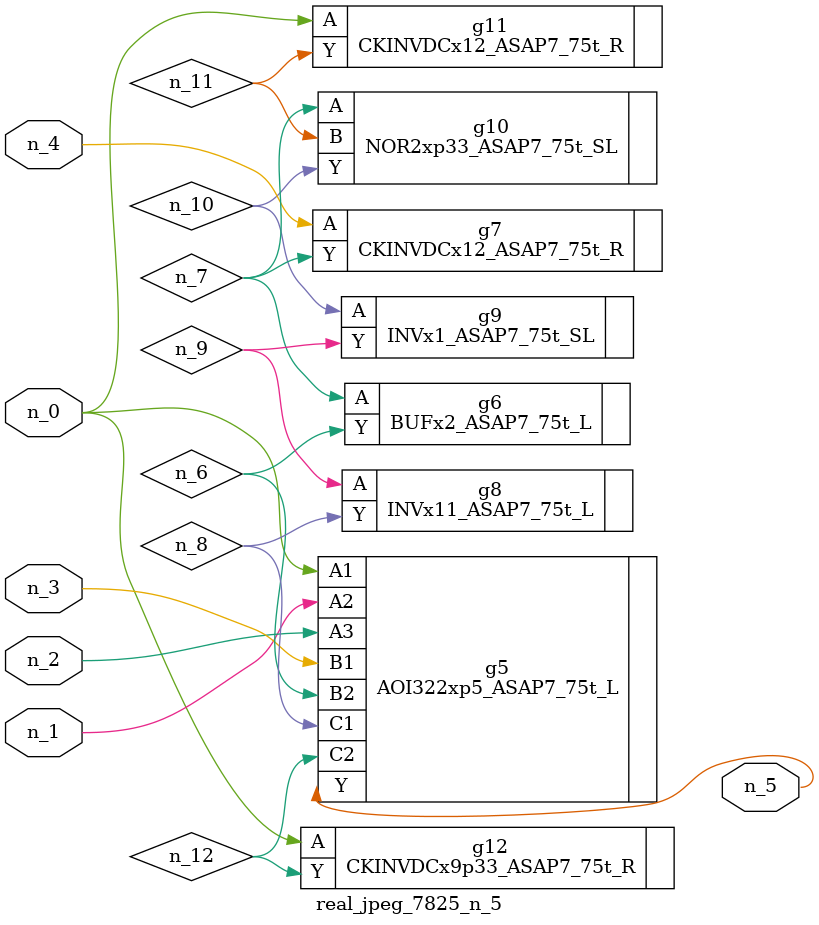
<source format=v>
module real_jpeg_7825_n_5 (n_4, n_0, n_1, n_2, n_3, n_5);

input n_4;
input n_0;
input n_1;
input n_2;
input n_3;

output n_5;

wire n_12;
wire n_8;
wire n_11;
wire n_6;
wire n_7;
wire n_10;
wire n_9;

AOI322xp5_ASAP7_75t_L g5 ( 
.A1(n_0),
.A2(n_1),
.A3(n_2),
.B1(n_3),
.B2(n_6),
.C1(n_8),
.C2(n_12),
.Y(n_5)
);

CKINVDCx12_ASAP7_75t_R g11 ( 
.A(n_0),
.Y(n_11)
);

CKINVDCx9p33_ASAP7_75t_R g12 ( 
.A(n_0),
.Y(n_12)
);

CKINVDCx12_ASAP7_75t_R g7 ( 
.A(n_4),
.Y(n_7)
);

BUFx2_ASAP7_75t_L g6 ( 
.A(n_7),
.Y(n_6)
);

NOR2xp33_ASAP7_75t_SL g10 ( 
.A(n_7),
.B(n_11),
.Y(n_10)
);

INVx11_ASAP7_75t_L g8 ( 
.A(n_9),
.Y(n_8)
);

INVx1_ASAP7_75t_SL g9 ( 
.A(n_10),
.Y(n_9)
);


endmodule
</source>
